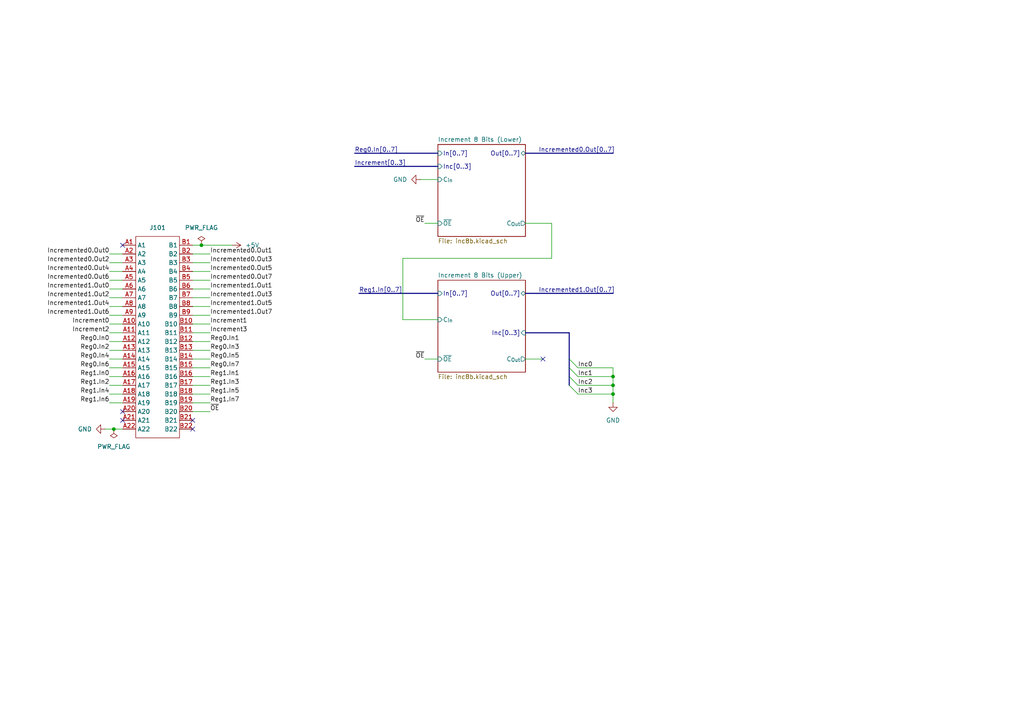
<source format=kicad_sch>
(kicad_sch (version 20231120) (generator "eeschema") (generator_version "8.0")
  (paper "A4")
  (title_block (title "PC Incrementer") (rev "0"))
  (lib_symbols
    (symbol "BoardEdgeConnectors:TE-5530843-4"
      (property "Reference" "J" (at -0.254 30.988 0))
      (symbol "TE-5530843-4_0_1"
        (rectangle (start -6.35 29.21) (end 6.35 -29.21))
      )
      (symbol "TE-5530843-4_1_1"
        (pin passive line (at -10.16 26.67 0) (length 3.81) (name "A1") (number "A1"))
        (pin passive line (at -10.16 3.81 0) (length 3.81) (name "A10") (number "A10"))
        (pin passive line (at -10.16 1.27 0) (length 3.81) (name "A11") (number "A11"))
        (pin passive line (at -10.16 -1.27 0) (length 3.81) (name "A12") (number "A12"))
        (pin passive line (at -10.16 -3.81 0) (length 3.81) (name "A13") (number "A13"))
        (pin passive line (at -10.16 -6.35 0) (length 3.81) (name "A14") (number "A14"))
        (pin passive line (at -10.16 -8.89 0) (length 3.81) (name "A15") (number "A15"))
        (pin passive line (at -10.16 -11.43 0) (length 3.81) (name "A16") (number "A16"))
        (pin passive line (at -10.16 -13.97 0) (length 3.81) (name "A17") (number "A17"))
        (pin passive line (at -10.16 -16.51 0) (length 3.81) (name "A18") (number "A18"))
        (pin passive line (at -10.16 -19.05 0) (length 3.81) (name "A19") (number "A19"))
        (pin passive line (at -10.16 24.13 0) (length 3.81) (name "A2") (number "A2"))
        (pin passive line (at -10.16 -21.59 0) (length 3.81) (name "A20") (number "A20"))
        (pin passive line (at -10.16 -24.13 0) (length 3.81) (name "A21") (number "A21"))
        (pin passive line (at -10.16 -26.67 0) (length 3.81) (name "A22") (number "A22"))
        (pin passive line (at -10.16 21.59 0) (length 3.81) (name "A3") (number "A3"))
        (pin passive line (at -10.16 19.05 0) (length 3.81) (name "A4") (number "A4"))
        (pin passive line (at -10.16 16.51 0) (length 3.81) (name "A5") (number "A5"))
        (pin passive line (at -10.16 13.97 0) (length 3.81) (name "A6") (number "A6"))
        (pin passive line (at -10.16 11.43 0) (length 3.81) (name "A7") (number "A7"))
        (pin passive line (at -10.16 8.89 0) (length 3.81) (name "A8") (number "A8"))
        (pin passive line (at -10.16 6.35 0) (length 3.81) (name "A9") (number "A9"))
        (pin passive line (at 10.16 26.67 180) (length 3.81) (name "B1") (number "B1"))
        (pin passive line (at 10.16 3.81 180) (length 3.81) (name "B10") (number "B10"))
        (pin passive line (at 10.16 1.27 180) (length 3.81) (name "B11") (number "B11"))
        (pin passive line (at 10.16 -1.27 180) (length 3.81) (name "B12") (number "B12"))
        (pin passive line (at 10.16 -3.81 180) (length 3.81) (name "B13") (number "B13"))
        (pin passive line (at 10.16 -6.35 180) (length 3.81) (name "B14") (number "B14"))
        (pin passive line (at 10.16 -8.89 180) (length 3.81) (name "B15") (number "B15"))
        (pin passive line (at 10.16 -11.43 180) (length 3.81) (name "B16") (number "B16"))
        (pin passive line (at 10.16 -13.97 180) (length 3.81) (name "B17") (number "B17"))
        (pin passive line (at 10.16 -16.51 180) (length 3.81) (name "B18") (number "B18"))
        (pin passive line (at 10.16 -19.05 180) (length 3.81) (name "B19") (number "B19"))
        (pin passive line (at 10.16 24.13 180) (length 3.81) (name "B2") (number "B2"))
        (pin passive line (at 10.16 -21.59 180) (length 3.81) (name "B20") (number "B20"))
        (pin passive line (at 10.16 -24.13 180) (length 3.81) (name "B21") (number "B21"))
        (pin passive line (at 10.16 -26.67 180) (length 3.81) (name "B22") (number "B22"))
        (pin passive line (at 10.16 21.59 180) (length 3.81) (name "B3") (number "B3"))
        (pin passive line (at 10.16 19.05 180) (length 3.81) (name "B4") (number "B4"))
        (pin passive line (at 10.16 16.51 180) (length 3.81) (name "B5") (number "B5"))
        (pin passive line (at 10.16 13.97 180) (length 3.81) (name "B6") (number "B6"))
        (pin passive line (at 10.16 11.43 180) (length 3.81) (name "B7") (number "B7"))
        (pin passive line (at 10.16 8.89 180) (length 3.81) (name "B8") (number "B8"))
        (pin passive line (at 10.16 6.35 180) (length 3.81) (name "B9") (number "B9"))
      )
    )
    (symbol "GND_1" (power) (pin_numbers hide) (pin_names (offset 0) hide)
      (property "Value" "GND" (at 0 -3.81 0))
      (symbol "GND_1_0_1"
        (polyline (pts (xy 0 0) (xy 0 -1.27) (xy 1.27 -1.27) (xy 0 -2.54) (xy -1.27 -1.27) (xy 0 -1.27)))
      )
      (symbol "GND_1_1_1"
        (pin power_in line (at 0 0 270) (length 0) (name "~") (number "1"))
      )
    )
    (symbol "GND_2" (power) (pin_numbers hide) (pin_names (offset 0) hide)
      (property "Value" "GND" (at 0 -3.81 0))
      (symbol "GND_2_0_1"
        (polyline (pts (xy 0 0) (xy 0 -1.27) (xy 1.27 -1.27) (xy 0 -2.54) (xy -1.27 -1.27) (xy 0 -1.27)))
      )
      (symbol "GND_2_1_1"
        (pin power_in line (at 0 0 270) (length 0) (name "~") (number "1"))
      )
    )
    (symbol "power:+5V" (power) (pin_names (offset 0))
      (property "Value" "+5V" (at 0 3.556 0))
      (symbol "+5V_0_1"
        (polyline (pts (xy -0.762 1.27) (xy 0 2.54)))
        (polyline (pts (xy 0 0) (xy 0 2.54)))
        (polyline (pts (xy 0 2.54) (xy 0.762 1.27)))
      )
      (symbol "+5V_1_1"
        (pin power_in line (at 0 0 90) (length 0) hide (name "+5V") (number "1"))
      )
    )
    (symbol "power:GND" (power) (pin_names (offset 0))
      (property "Value" "GND" (at 0 -3.81 0))
      (symbol "GND_0_1"
        (polyline (pts (xy 0 0) (xy 0 -1.27) (xy 1.27 -1.27) (xy 0 -2.54) (xy -1.27 -1.27) (xy 0 -1.27)))
      )
      (symbol "GND_1_1"
        (pin power_in line (at 0 0 270) (length 0) hide (name "GND") (number "1"))
      )
    )
    (symbol "power:PWR_FLAG" (power) (pin_numbers hide) (pin_names (offset 0) hide)
      (property "Value" "PWR_FLAG" (at 0 3.81 0))
      (symbol "PWR_FLAG_0_0"
        (pin power_out line (at 0 0 90) (length 0) (name "~") (number "1"))
      )
      (symbol "PWR_FLAG_0_1"
        (polyline (pts (xy 0 0) (xy 0 1.27) (xy -1.016 1.905) (xy 0 2.54) (xy 1.016 1.905) (xy 0 1.27)))
      )
    )
  )
  (junction (at 177.8 114.3))
  (junction (at 177.8 109.22))
  (junction (at 58.42 71.12))
  (junction (at 177.8 111.76))
  (junction (at 33.02 124.46))
  (no_connect (at 157.48 104.14))
  (no_connect (at 55.88 124.46))
  (no_connect (at 55.88 121.92))
  (no_connect (at 35.56 121.92))
  (no_connect (at 35.56 71.12))
  (no_connect (at 35.56 119.38))
  (bus_entry (at 165.1 111.76) (size 2.54 2.54))
  (bus_entry (at 165.1 109.22) (size 2.54 2.54))
  (bus_entry (at 165.1 104.14) (size 2.54 2.54))
  (bus_entry (at 165.1 106.68) (size 2.54 2.54))
  (wire (pts (xy 55.88 88.9) (xy 60.96 88.9)))
  (wire (pts (xy 31.75 81.28) (xy 35.56 81.28)))
  (wire (pts (xy 55.88 96.52) (xy 60.96 96.52)))
  (wire (pts (xy 31.75 104.14) (xy 35.56 104.14)))
  (wire (pts (xy 30.48 124.46) (xy 33.02 124.46)))
  (wire (pts (xy 55.88 73.66) (xy 60.96 73.66)))
  (wire (pts (xy 55.88 116.84) (xy 60.96 116.84)))
  (wire (pts (xy 31.75 86.36) (xy 35.56 86.36)))
  (bus (pts (xy 102.87 44.45) (xy 127 44.45)))
  (wire (pts (xy 55.88 71.12) (xy 58.42 71.12)))
  (wire (pts (xy 167.64 109.22) (xy 177.8 109.22)))
  (bus (pts (xy 165.1 104.14) (xy 165.1 106.68)))
  (wire (pts (xy 31.75 116.84) (xy 35.56 116.84)))
  (wire (pts (xy 55.88 106.68) (xy 60.96 106.68)))
  (wire (pts (xy 167.64 114.3) (xy 177.8 114.3)))
  (wire (pts (xy 177.8 109.22) (xy 177.8 111.76)))
  (wire (pts (xy 31.75 88.9) (xy 35.56 88.9)))
  (wire (pts (xy 33.02 124.46) (xy 35.56 124.46)))
  (wire (pts (xy 31.75 78.74) (xy 35.56 78.74)))
  (wire (pts (xy 55.88 76.2) (xy 60.96 76.2)))
  (wire (pts (xy 55.88 78.74) (xy 60.96 78.74)))
  (wire (pts (xy 152.4 104.14) (xy 157.48 104.14)))
  (wire (pts (xy 123.19 104.14) (xy 127 104.14)))
  (wire (pts (xy 58.42 71.12) (xy 67.31 71.12)))
  (wire (pts (xy 55.88 83.82) (xy 60.96 83.82)))
  (wire (pts (xy 55.88 81.28) (xy 60.96 81.28)))
  (wire (pts (xy 31.75 106.68) (xy 35.56 106.68)))
  (bus (pts (xy 152.4 96.52) (xy 165.1 96.52)))
  (wire (pts (xy 160.02 74.93) (xy 116.84 74.93)))
  (wire (pts (xy 31.75 76.2) (xy 35.56 76.2)))
  (wire (pts (xy 55.88 119.38) (xy 60.96 119.38)))
  (wire (pts (xy 31.75 91.44) (xy 35.56 91.44)))
  (wire (pts (xy 55.88 104.14) (xy 60.96 104.14)))
  (bus (pts (xy 165.1 106.68) (xy 165.1 109.22)))
  (wire (pts (xy 31.75 73.66) (xy 35.56 73.66)))
  (wire (pts (xy 55.88 86.36) (xy 60.96 86.36)))
  (wire (pts (xy 55.88 111.76) (xy 60.96 111.76)))
  (wire (pts (xy 123.19 64.77) (xy 127 64.77)))
  (wire (pts (xy 177.8 111.76) (xy 177.8 114.3)))
  (wire (pts (xy 55.88 91.44) (xy 60.96 91.44)))
  (wire (pts (xy 55.88 109.22) (xy 60.96 109.22)))
  (bus (pts (xy 104.14 85.09) (xy 127 85.09)))
  (wire (pts (xy 116.84 74.93) (xy 116.84 92.71)))
  (wire (pts (xy 31.75 96.52) (xy 35.56 96.52)))
  (wire (pts (xy 55.88 114.3) (xy 60.96 114.3)))
  (wire (pts (xy 55.88 99.06) (xy 60.96 99.06)))
  (bus (pts (xy 102.87 48.26) (xy 127 48.26)))
  (wire (pts (xy 121.92 52.07) (xy 127 52.07)))
  (wire (pts (xy 167.64 111.76) (xy 177.8 111.76)))
  (wire (pts (xy 55.88 101.6) (xy 60.96 101.6)))
  (wire (pts (xy 31.75 99.06) (xy 35.56 99.06)))
  (wire (pts (xy 116.84 92.71) (xy 127 92.71)))
  (wire (pts (xy 55.88 93.98) (xy 60.96 93.98)))
  (wire (pts (xy 160.02 64.77) (xy 160.02 74.93)))
  (wire (pts (xy 177.8 114.3) (xy 177.8 116.84)))
  (wire (pts (xy 177.8 106.68) (xy 177.8 109.22)))
  (bus (pts (xy 152.4 85.09) (xy 177.8 85.09)))
  (wire (pts (xy 152.4 64.77) (xy 160.02 64.77)))
  (bus (pts (xy 165.1 109.22) (xy 165.1 111.76)))
  (wire (pts (xy 31.75 109.22) (xy 35.56 109.22)))
  (wire (pts (xy 31.75 93.98) (xy 35.56 93.98)))
  (wire (pts (xy 31.75 111.76) (xy 35.56 111.76)))
  (wire (pts (xy 167.64 106.68) (xy 177.8 106.68)))
  (wire (pts (xy 31.75 83.82) (xy 35.56 83.82)))
  (wire (pts (xy 31.75 101.6) (xy 35.56 101.6)))
  (wire (pts (xy 31.75 114.3) (xy 35.56 114.3)))
  (bus (pts (xy 165.1 96.52) (xy 165.1 104.14)))
  (bus (pts (xy 152.4 44.45) (xy 177.8 44.45)))
  (label "Increment3" (at 60.96 96.52 0))
  (label "Incremented1.Out[0..7]" (at 156.21 85.09 0))
  (label "Incremented0.Out[0..7]" (at 156.21 44.45 0))
  (label "Incremented1.Out3" (at 60.96 86.36 0))
  (label "Inc0" (at 167.64 106.68 0))
  (label "Reg0.In1" (at 60.96 99.06 0))
  (label "Reg1.In2" (at 31.75 111.76 180))
  (label "Incremented0.Out2" (at 31.75 76.2 180))
  (label "Incremented1.Out7" (at 60.96 91.44 0))
  (label "Incremented1.Out4" (at 31.75 88.9 180))
  (label "~{OE}" (at 60.96 119.38 0))
  (label "Incremented0.Out1" (at 60.96 73.66 0))
  (label "Reg1.In5" (at 60.96 114.3 0))
  (label "Incremented0.Out0" (at 31.75 73.66 180))
  (label "Reg0.In7" (at 60.96 106.68 0))
  (label "Inc2" (at 167.64 111.76 0))
  (label "Incremented0.Out6" (at 31.75 81.28 180))
  (label "Incremented1.Out1" (at 60.96 83.82 0))
  (label "Increment1" (at 60.96 93.98 0))
  (label "Inc1" (at 167.64 109.22 0))
  (label "Reg0.In4" (at 31.75 104.14 180))
  (label "~{OE}" (at 123.19 104.14 180))
  (label "Incremented0.Out4" (at 31.75 78.74 180))
  (label "Increment2" (at 31.75 96.52 180))
  (label "Reg1.In6" (at 31.75 116.84 180))
  (label "Reg1.In[0..7]" (at 104.14 85.09 0))
  (label "~{OE}" (at 123.19 64.77 180))
  (label "Incremented0.Out3" (at 60.96 76.2 0))
  (label "Reg0.In2" (at 31.75 101.6 180))
  (label "Reg1.In1" (at 60.96 109.22 0))
  (label "Incremented0.Out5" (at 60.96 78.74 0))
  (label "Reg1.In4" (at 31.75 114.3 180))
  (label "Reg0.In6" (at 31.75 106.68 180))
  (label "Incremented1.Out6" (at 31.75 91.44 180))
  (label "Incremented0.Out7" (at 60.96 81.28 0))
  (label "Incremented1.Out0" (at 31.75 83.82 180))
  (label "Reg1.In0" (at 31.75 109.22 180))
  (label "Reg1.In7" (at 60.96 116.84 0))
  (label "Reg1.In3" (at 60.96 111.76 0))
  (label "Reg0.In3" (at 60.96 101.6 0))
  (label "Reg0.In[0..7]" (at 102.87 44.45 0))
  (label "Inc3" (at 167.64 114.3 0))
  (label "Increment[0..3]" (at 102.87 48.26 0))
  (label "Increment0" (at 31.75 93.98 180))
  (label "Incremented1.Out2" (at 31.75 86.36 180))
  (label "Reg0.In0" (at 31.75 99.06 180))
  (label "Reg0.In5" (at 60.96 104.14 0))
  (label "Incremented1.Out5" (at 60.96 88.9 0))
  (symbol (lib_id "power:+5V") (at 67.31 71.12 270) (unit 1)
    (property "Reference" "#PWR0102" (effects (hide yes)))
    (property "Value" "+5V" (at 71.12 71.1199 90) (effects (justify left)))
    (property "Description" "Power symbol creates a global label with name \"+5V\"" (effects (hide yes)))
  )
  (symbol (lib_name "GND_1") (lib_id "power:GND") (at 121.92 52.07 270) (unit 1)
    (property "Reference" "#PWR0103" (effects (hide yes)))
    (property "Value" "GND" (at 118.11 52.0699 90) (effects (justify right)))
    (property "Description" "Power symbol creates a global label with name \"GND\" , ground" (effects (hide yes)))
  )
  (symbol (lib_id "power:PWR_FLAG") (at 58.42 71.12 0) (unit 1)
    (property "Reference" "#FLG0101" (effects (hide yes)))
    (property "Value" "PWR_FLAG" (at 58.42 66.04 0))
    (property "Description" "Special symbol for telling ERC where power comes from" (effects (hide yes)))
  )
  (symbol (lib_id "BoardEdgeConnectors:TE-5530843-4") (at 45.72 97.79 0) (unit 1)
    (property "Reference" "J101" (at 45.72 66.04 0))
    (property "Footprint" "BoardEdgeConnectors:TE-5530843-4-Edge" (effects (hide yes)))
    (property "Datasheet" "https://www.te.com/en/product-5530843-4.html" (effects (hide yes)))
    (property "Description" "44 contact board edge connector" (effects (hide yes)))
  )
  (symbol (lib_id "power:PWR_FLAG") (at 33.02 124.46 180) (unit 1)
    (property "Reference" "#FLG0102" (effects (hide yes)))
    (property "Value" "PWR_FLAG" (at 33.02 129.54 0))
    (property "Description" "Special symbol for telling ERC where power comes from" (effects (hide yes)))
  )
  (symbol (lib_id "power:GND") (at 30.48 124.46 270) (unit 1)
    (property "Reference" "#PWR0101" (effects (hide yes)))
    (property "Value" "GND" (at 26.67 124.4599 90) (effects (justify right)))
    (property "Description" "Power symbol creates a global label with name \"GND\" , ground" (effects (hide yes)))
  )
  (symbol (lib_name "GND_2") (lib_id "power:GND") (at 177.8 116.84 0) (unit 1)
    (property "Reference" "#PWR0104" (effects (hide yes)))
    (property "Value" "GND" (at 177.8 121.92 0))
    (property "Description" "Power symbol creates a global label with name \"GND\" , ground" (effects (hide yes)))
  )
  (sheet (at 127 81.28) (size 25.4 26.67) (stroke (width 0.1524))
    (property "Sheetname" "Increment 8 Bits (Upper)" (at 127 80.5684 0) (effects (justify left bottom)))
    (property "Sheetfile" "inc8b.kicad_sch" (at 127 108.5346 0) (effects (justify left top)))
    (pin "~{OE}" input (at 127 104.14 180))
    (pin "In[0..7]" input (at 127 85.09 180))
    (pin "Inc[0..3]" input (at 152.4 96.52 0))
    (pin "C_{in}" input (at 127 92.71 180))
    (pin "Out[0..7]" tri_state (at 152.4 85.09 0))
    (pin "C_{Out}" output (at 152.4 104.14 0))
  )
  (sheet (at 127 41.91) (size 25.4 26.67) (stroke (width 0.1524))
    (property "Sheetname" "Increment 8 Bits (Lower)" (at 127 41.1984 0) (effects (justify left bottom)))
    (property "Sheetfile" "inc8b.kicad_sch" (at 127 69.1646 0) (effects (justify left top)))
    (pin "~{OE}" input (at 127 64.77 180))
    (pin "In[0..7]" input (at 127 44.45 180))
    (pin "Inc[0..3]" input (at 127 48.26 180))
    (pin "C_{in}" input (at 127 52.07 180))
    (pin "Out[0..7]" tri_state (at 152.4 44.45 0))
    (pin "C_{Out}" output (at 152.4 64.77 0))
  )
)
</source>
